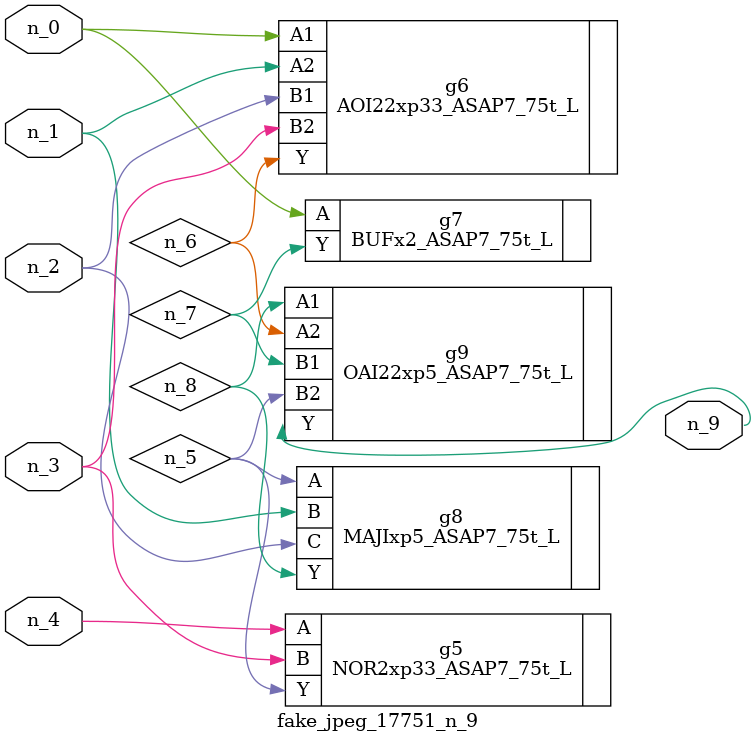
<source format=v>
module fake_jpeg_17751_n_9 (n_3, n_2, n_1, n_0, n_4, n_9);

input n_3;
input n_2;
input n_1;
input n_0;
input n_4;

output n_9;

wire n_8;
wire n_6;
wire n_5;
wire n_7;

NOR2xp33_ASAP7_75t_L g5 ( 
.A(n_4),
.B(n_3),
.Y(n_5)
);

AOI22xp33_ASAP7_75t_L g6 ( 
.A1(n_0),
.A2(n_1),
.B1(n_2),
.B2(n_3),
.Y(n_6)
);

BUFx2_ASAP7_75t_L g7 ( 
.A(n_0),
.Y(n_7)
);

MAJIxp5_ASAP7_75t_L g8 ( 
.A(n_5),
.B(n_1),
.C(n_2),
.Y(n_8)
);

OAI22xp5_ASAP7_75t_L g9 ( 
.A1(n_8),
.A2(n_6),
.B1(n_7),
.B2(n_5),
.Y(n_9)
);


endmodule
</source>
